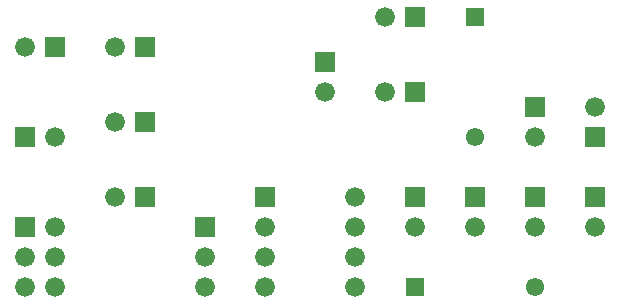
<source format=gbr>
G04 start of page 6 for group -4062 idx -4062 *
G04 Title: IR grenade, soldermask *
G04 Creator: pcb 20110918 *
G04 CreationDate: Fri 01 Mar 2013 06:14:08 PM GMT UTC *
G04 For: kevredon *
G04 Format: Gerber/RS-274X *
G04 PCB-Dimensions: 600000 500000 *
G04 PCB-Coordinate-Origin: lower left *
%MOIN*%
%FSLAX25Y25*%
%LNBOTTOMMASK*%
%ADD40C,0.0610*%
%ADD39C,0.0660*%
%ADD38C,0.0001*%
G54D38*G36*
X26700Y353300D02*Y346700D01*
X33300D01*
Y353300D01*
X26700D01*
G37*
G36*
Y383300D02*Y376700D01*
X33300D01*
Y383300D01*
X26700D01*
G37*
G54D39*X40000Y350000D03*
Y340000D03*
Y330000D03*
X30000Y340000D03*
Y330000D03*
X40000Y380000D03*
G54D38*G36*
X36700Y413300D02*Y406700D01*
X43300D01*
Y413300D01*
X36700D01*
G37*
G54D39*X30000Y410000D03*
G54D38*G36*
X176950Y423050D02*Y416950D01*
X183050D01*
Y423050D01*
X176950D01*
G37*
G36*
X156700Y423300D02*Y416700D01*
X163300D01*
Y423300D01*
X156700D01*
G37*
G54D39*X150000Y420000D03*
G54D40*X180000Y380000D03*
G54D38*G36*
X156700Y398300D02*Y391700D01*
X163300D01*
Y398300D01*
X156700D01*
G37*
G54D39*X150000Y395000D03*
G54D38*G36*
X126700Y408300D02*Y401700D01*
X133300D01*
Y408300D01*
X126700D01*
G37*
G54D39*X130000Y395000D03*
G54D38*G36*
X86700Y353300D02*Y346700D01*
X93300D01*
Y353300D01*
X86700D01*
G37*
G36*
X66700Y363300D02*Y356700D01*
X73300D01*
Y363300D01*
X66700D01*
G37*
G54D39*X90000Y340000D03*
Y330000D03*
G54D38*G36*
X106700Y363300D02*Y356700D01*
X113300D01*
Y363300D01*
X106700D01*
G37*
G54D39*X110000Y350000D03*
Y340000D03*
Y330000D03*
X60000Y360000D03*
G54D38*G36*
X66700Y388300D02*Y381700D01*
X73300D01*
Y388300D01*
X66700D01*
G37*
G54D39*X60000Y385000D03*
G54D38*G36*
X66700Y413300D02*Y406700D01*
X73300D01*
Y413300D01*
X66700D01*
G37*
G54D39*X60000Y410000D03*
G54D38*G36*
X216700Y363300D02*Y356700D01*
X223300D01*
Y363300D01*
X216700D01*
G37*
G54D39*X220000Y350000D03*
G54D38*G36*
X216700Y383300D02*Y376700D01*
X223300D01*
Y383300D01*
X216700D01*
G37*
G54D39*X220000Y390000D03*
G54D40*X200000Y330000D03*
G54D38*G36*
X196700Y393300D02*Y386700D01*
X203300D01*
Y393300D01*
X196700D01*
G37*
G54D39*X200000Y380000D03*
G54D38*G36*
X196700Y363300D02*Y356700D01*
X203300D01*
Y363300D01*
X196700D01*
G37*
G54D39*X200000Y350000D03*
G54D38*G36*
X176700Y363300D02*Y356700D01*
X183300D01*
Y363300D01*
X176700D01*
G37*
G54D39*X180000Y350000D03*
G54D38*G36*
X156700Y363300D02*Y356700D01*
X163300D01*
Y363300D01*
X156700D01*
G37*
G54D39*X160000Y350000D03*
G54D38*G36*
X156950Y333050D02*Y326950D01*
X163050D01*
Y333050D01*
X156950D01*
G37*
G54D39*X140000Y330000D03*
Y340000D03*
Y350000D03*
Y360000D03*
M02*

</source>
